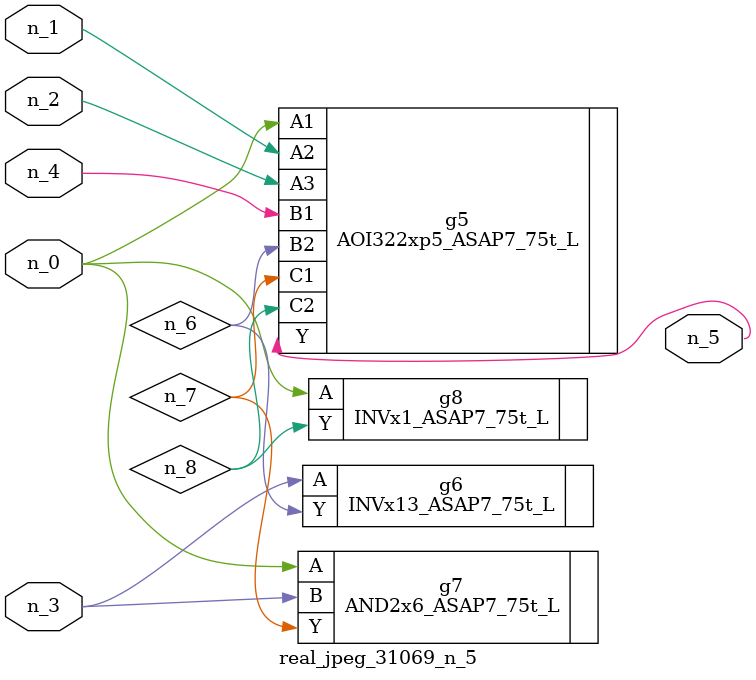
<source format=v>
module real_jpeg_31069_n_5 (n_4, n_0, n_1, n_2, n_3, n_5);

input n_4;
input n_0;
input n_1;
input n_2;
input n_3;

output n_5;

wire n_8;
wire n_6;
wire n_7;

AOI322xp5_ASAP7_75t_L g5 ( 
.A1(n_0),
.A2(n_1),
.A3(n_2),
.B1(n_4),
.B2(n_6),
.C1(n_7),
.C2(n_8),
.Y(n_5)
);

AND2x6_ASAP7_75t_L g7 ( 
.A(n_0),
.B(n_3),
.Y(n_7)
);

INVx1_ASAP7_75t_L g8 ( 
.A(n_0),
.Y(n_8)
);

INVx13_ASAP7_75t_L g6 ( 
.A(n_3),
.Y(n_6)
);


endmodule
</source>
